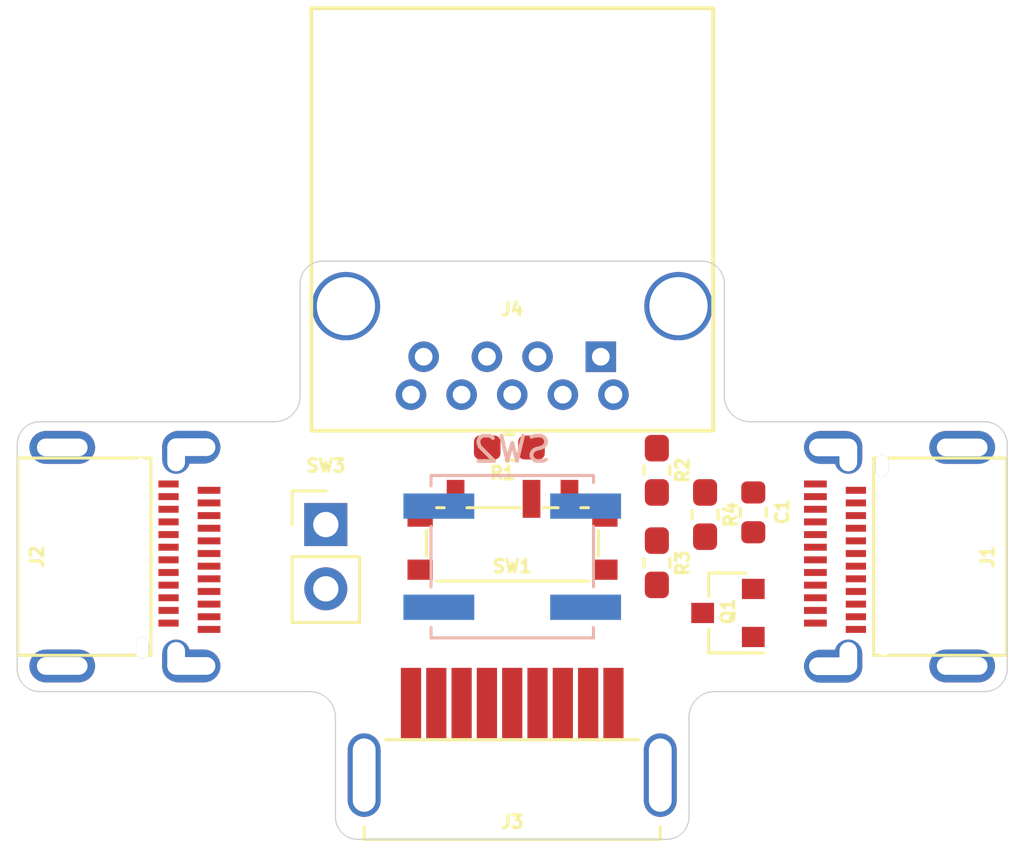
<source format=kicad_pcb>
(kicad_pcb (version 20171130) (host pcbnew 5.1.5+dfsg1-2build2)

  (general
    (thickness 1.6)
    (drawings 24)
    (tracks 0)
    (zones 0)
    (modules 13)
    (nets 25)
  )

  (page A4)
  (layers
    (0 F.Cu signal)
    (31 B.Cu signal)
    (32 B.Adhes user)
    (33 F.Adhes user)
    (34 B.Paste user)
    (35 F.Paste user)
    (36 B.SilkS user)
    (37 F.SilkS user)
    (38 B.Mask user)
    (39 F.Mask user)
    (40 Dwgs.User user)
    (41 Cmts.User user)
    (42 Eco1.User user)
    (43 Eco2.User user)
    (44 Edge.Cuts user)
    (45 Margin user)
    (46 B.CrtYd user)
    (47 F.CrtYd user)
    (48 B.Fab user)
    (49 F.Fab user)
  )

  (setup
    (last_trace_width 0.1524)
    (trace_clearance 0.16)
    (zone_clearance 0.508)
    (zone_45_only no)
    (trace_min 0.1524)
    (via_size 0.381)
    (via_drill 0.254)
    (via_min_size 0.381)
    (via_min_drill 0.254)
    (uvia_size 0.3)
    (uvia_drill 0.1)
    (uvias_allowed no)
    (uvia_min_size 0.2)
    (uvia_min_drill 0.1)
    (edge_width 0.05)
    (segment_width 0.1524)
    (pcb_text_width 0.3)
    (pcb_text_size 1.5 1.5)
    (mod_edge_width 0.12)
    (mod_text_size 1 1)
    (mod_text_width 0.15)
    (pad_size 1.524 1.524)
    (pad_drill 0.762)
    (pad_to_mask_clearance 0.051)
    (solder_mask_min_width 0.25)
    (aux_axis_origin 0 0)
    (visible_elements FFFFFF7F)
    (pcbplotparams
      (layerselection 0x010fc_ffffffff)
      (usegerberextensions false)
      (usegerberattributes false)
      (usegerberadvancedattributes false)
      (creategerberjobfile false)
      (excludeedgelayer true)
      (linewidth 0.100000)
      (plotframeref false)
      (viasonmask false)
      (mode 1)
      (useauxorigin false)
      (hpglpennumber 1)
      (hpglpenspeed 20)
      (hpglpendiameter 15.000000)
      (psnegative false)
      (psa4output false)
      (plotreference true)
      (plotvalue true)
      (plotinvisibletext false)
      (padsonsilk false)
      (subtractmaskfromsilk false)
      (outputformat 1)
      (mirror false)
      (drillshape 1)
      (scaleselection 1)
      (outputdirectory ""))
  )

  (net 0 "")
  (net 1 "Net-(C1-Pad2)")
  (net 2 VBUS)
  (net 3 "Net-(J1-PadB8)")
  (net 4 "Net-(J1-PadB2)")
  (net 5 "Net-(J1-PadB6)")
  (net 6 GND)
  (net 7 "Net-(J1-PadB11)")
  (net 8 "Net-(J1-PadB7)")
  (net 9 "Net-(J1-PadB5)")
  (net 10 "Net-(J1-PadB10)")
  (net 11 "Net-(J1-PadB3)")
  (net 12 "Net-(J1-PadA10)")
  (net 13 "Net-(J1-PadA11)")
  (net 14 "Net-(J1-PadA7)")
  (net 15 "Net-(J1-PadA8)")
  (net 16 "Net-(J1-PadA5)")
  (net 17 "Net-(J1-PadA6)")
  (net 18 "Net-(J1-PadA3)")
  (net 19 "Net-(J1-PadA2)")
  (net 20 SHIELD)
  (net 21 /VBUS_SINK)
  (net 22 "Net-(J2-PadA10)")
  (net 23 "Net-(R1-Pad2)")
  (net 24 "Net-(R2-Pad2)")

  (net_class Default "This is the default net class."
    (clearance 0.16)
    (trace_width 0.1524)
    (via_dia 0.381)
    (via_drill 0.254)
    (uvia_dia 0.3)
    (uvia_drill 0.1)
    (add_net "Net-(C1-Pad2)")
    (add_net "Net-(J1-PadA10)")
    (add_net "Net-(J1-PadA11)")
    (add_net "Net-(J1-PadA2)")
    (add_net "Net-(J1-PadA3)")
    (add_net "Net-(J1-PadA5)")
    (add_net "Net-(J1-PadA6)")
    (add_net "Net-(J1-PadA7)")
    (add_net "Net-(J1-PadA8)")
    (add_net "Net-(J1-PadB10)")
    (add_net "Net-(J1-PadB11)")
    (add_net "Net-(J1-PadB2)")
    (add_net "Net-(J1-PadB3)")
    (add_net "Net-(J1-PadB5)")
    (add_net "Net-(J1-PadB6)")
    (add_net "Net-(J1-PadB7)")
    (add_net "Net-(J1-PadB8)")
    (add_net "Net-(J2-PadA10)")
    (add_net "Net-(R1-Pad2)")
    (add_net "Net-(R2-Pad2)")
  )

  (net_class Power ""
    (clearance 0.21)
    (trace_width 0.2032)
    (via_dia 0.508)
    (via_drill 0.3302)
    (uvia_dia 0.3)
    (uvia_drill 0.1)
    (add_net /VBUS_SINK)
    (add_net GND)
    (add_net SHIELD)
    (add_net VBUS)
  )

  (module Connector_PinHeader_2.54mm:PinHeader_1x02_P2.54mm_Vertical (layer F.Cu) (tedit 59FED5CC) (tstamp 5FD6C9DF)
    (at 145.034 101.6)
    (descr "Through hole straight pin header, 1x02, 2.54mm pitch, single row")
    (tags "Through hole pin header THT 1x02 2.54mm single row")
    (path /5FE36070)
    (fp_text reference SW3 (at 0 -2.33) (layer F.SilkS)
      (effects (font (size 0.5 0.5) (thickness 0.125)))
    )
    (fp_text value SW_Push (at 0 4.87) (layer F.Fab)
      (effects (font (size 1 1) (thickness 0.15)))
    )
    (fp_text user %R (at 0 1.27 90) (layer F.Fab)
      (effects (font (size 1 1) (thickness 0.15)))
    )
    (fp_line (start 1.8 -1.8) (end -1.8 -1.8) (layer F.CrtYd) (width 0.05))
    (fp_line (start 1.8 4.35) (end 1.8 -1.8) (layer F.CrtYd) (width 0.05))
    (fp_line (start -1.8 4.35) (end 1.8 4.35) (layer F.CrtYd) (width 0.05))
    (fp_line (start -1.8 -1.8) (end -1.8 4.35) (layer F.CrtYd) (width 0.05))
    (fp_line (start -1.33 -1.33) (end 0 -1.33) (layer F.SilkS) (width 0.12))
    (fp_line (start -1.33 0) (end -1.33 -1.33) (layer F.SilkS) (width 0.12))
    (fp_line (start -1.33 1.27) (end 1.33 1.27) (layer F.SilkS) (width 0.12))
    (fp_line (start 1.33 1.27) (end 1.33 3.87) (layer F.SilkS) (width 0.12))
    (fp_line (start -1.33 1.27) (end -1.33 3.87) (layer F.SilkS) (width 0.12))
    (fp_line (start -1.33 3.87) (end 1.33 3.87) (layer F.SilkS) (width 0.12))
    (fp_line (start -1.27 -0.635) (end -0.635 -1.27) (layer F.Fab) (width 0.1))
    (fp_line (start -1.27 3.81) (end -1.27 -0.635) (layer F.Fab) (width 0.1))
    (fp_line (start 1.27 3.81) (end -1.27 3.81) (layer F.Fab) (width 0.1))
    (fp_line (start 1.27 -1.27) (end 1.27 3.81) (layer F.Fab) (width 0.1))
    (fp_line (start -0.635 -1.27) (end 1.27 -1.27) (layer F.Fab) (width 0.1))
    (pad 2 thru_hole oval (at 0 2.54) (size 1.7 1.7) (drill 1) (layers *.Cu *.Mask)
      (net 1 "Net-(C1-Pad2)"))
    (pad 1 thru_hole rect (at 0 0) (size 1.7 1.7) (drill 1) (layers *.Cu *.Mask)
      (net 24 "Net-(R2-Pad2)"))
    (model ${KISYS3DMOD}/Connector_PinHeader_2.54mm.3dshapes/PinHeader_1x02_P2.54mm_Vertical.wrl
      (at (xyz 0 0 0))
      (scale (xyz 1 1 1))
      (rotate (xyz 0 0 0))
    )
  )

  (module Button_Switch_SMD:SW_Push_1P1T_NO_CK_KSC7xxJ (layer B.Cu) (tedit 5C63FE2A) (tstamp 5FD6C70F)
    (at 152.4 102.87)
    (descr "CK components KSC7 tactile switch https://www.ckswitches.com/media/1973/ksc7.pdf")
    (tags "tactile switch ksc7")
    (path /5F186D85)
    (attr smd)
    (fp_text reference SW2 (at 0 -4.24) (layer B.SilkS)
      (effects (font (size 1 1) (thickness 0.15)) (justify mirror))
    )
    (fp_text value SW_Push (at 0 4.23) (layer B.Fab)
      (effects (font (size 1 1) (thickness 0.15)) (justify mirror))
    )
    (fp_line (start -3.21 1.2) (end -3.21 -1.2) (layer B.SilkS) (width 0.12))
    (fp_line (start -3.21 3.21) (end -3.21 2.8) (layer B.SilkS) (width 0.12))
    (fp_line (start 3.21 3.21) (end -3.21 3.21) (layer B.SilkS) (width 0.12))
    (fp_line (start 3.21 2.8) (end 3.21 3.21) (layer B.SilkS) (width 0.12))
    (fp_line (start 3.21 -1.2) (end 3.21 1.2) (layer B.SilkS) (width 0.12))
    (fp_line (start 3.21 -3.21) (end 3.21 -2.93) (layer B.SilkS) (width 0.12))
    (fp_line (start -3.21 -3.21) (end 3.21 -3.21) (layer B.SilkS) (width 0.12))
    (fp_line (start -3.21 -2.8) (end -3.21 -3.21) (layer B.SilkS) (width 0.12))
    (fp_circle (center 0 0) (end 1.5 0) (layer B.Fab) (width 0.1))
    (fp_line (start -4.55 -3.35) (end -4.55 3.35) (layer B.CrtYd) (width 0.05))
    (fp_line (start 4.55 -3.35) (end -4.55 -3.35) (layer B.CrtYd) (width 0.05))
    (fp_line (start 4.55 3.35) (end 4.55 -3.35) (layer B.CrtYd) (width 0.05))
    (fp_line (start -4.55 3.35) (end 4.55 3.35) (layer B.CrtYd) (width 0.05))
    (fp_text user %R (at 0 0) (layer B.Fab)
      (effects (font (size 1 1) (thickness 0.15)) (justify mirror))
    )
    (fp_line (start -3.1 -3.1) (end -3.1 3.1) (layer B.Fab) (width 0.1))
    (fp_line (start 3.1 -3.1) (end -3.1 -3.1) (layer B.Fab) (width 0.1))
    (fp_line (start 3.1 3.1) (end 3.1 -3.1) (layer B.Fab) (width 0.1))
    (fp_line (start -3.1 3.1) (end 3.1 3.1) (layer B.Fab) (width 0.1))
    (pad 2 smd rect (at 2.9 -2) (size 2.8 1) (layers B.Cu B.Paste B.Mask)
      (net 1 "Net-(C1-Pad2)"))
    (pad 2 smd rect (at -2.9 -2) (size 2.8 1) (layers B.Cu B.Paste B.Mask)
      (net 1 "Net-(C1-Pad2)"))
    (pad 1 smd rect (at 2.9 2) (size 2.8 1) (layers B.Cu B.Paste B.Mask)
      (net 24 "Net-(R2-Pad2)"))
    (pad 1 smd rect (at -2.9 2) (size 2.8 1) (layers B.Cu B.Paste B.Mask)
      (net 24 "Net-(R2-Pad2)"))
    (model ${KISYS3DMOD}/Button_Switch_SMD.3dshapes/SW_push_1P1T_NO_CK_KSC7xxJxxx.wrl
      (at (xyz 0 0 0))
      (scale (xyz 1 1 1))
      (rotate (xyz 0 0 0))
    )
  )

  (module Button_Switch_SMD-Custom:SW_SPDT_MSS3-V-T_R (layer F.Cu) (tedit 5FCE0B48) (tstamp 5FD6C83D)
    (at 152.412 102.334)
    (descr "Slide Switch, SPDT, Surface Mount. http://www.farnell.com/datasheets/1599440.pdf")
    (path /5FD401C4)
    (attr smd)
    (fp_text reference SW1 (at -0.012 0.917) (layer F.SilkS)
      (effects (font (size 0.5 0.5) (thickness 0.125)))
    )
    (fp_text value EN_USBA (at 0 -3.81) (layer F.Fab)
      (effects (font (size 1 1) (thickness 0.15)))
    )
    (fp_line (start -3 1.5) (end 3 1.5) (layer F.SilkS) (width 0.12))
    (fp_line (start 3.4 -0.5) (end 3.4 0.5) (layer F.SilkS) (width 0.12))
    (fp_line (start -3.4 -0.5) (end -3.4 0.5) (layer F.SilkS) (width 0.12))
    (fp_line (start -2.7 -1.4) (end -3 -1.4) (layer F.SilkS) (width 0.12))
    (fp_line (start 0.3 -1.4) (end -1.8 -1.4) (layer F.SilkS) (width 0.12))
    (fp_line (start 1.4 -1.4) (end 1.5 -1.4) (layer F.SilkS) (width 0.12))
    (fp_line (start 1.3 -1.4) (end 1.4 -1.4) (layer F.SilkS) (width 0.12))
    (fp_line (start 1.2 -1.4) (end 1.3 -1.4) (layer F.SilkS) (width 0.12))
    (fp_line (start 1.8 -1.4) (end 1.2 -1.4) (layer F.SilkS) (width 0.12))
    (fp_line (start 2.7 -1.4) (end 3 -1.4) (layer F.SilkS) (width 0.12))
    (fp_line (start 1.5 1.6) (end 4.3 1.6) (layer F.CrtYd) (width 0.12))
    (fp_line (start 1.5 3.2) (end 1.5 1.6) (layer F.CrtYd) (width 0.12))
    (fp_line (start -1.5 3.2) (end 1.5 3.2) (layer F.CrtYd) (width 0.12))
    (fp_line (start -1.5 1.6) (end -1.5 3.2) (layer F.CrtYd) (width 0.12))
    (fp_line (start -4.3 1.6) (end -1.5 1.6) (layer F.CrtYd) (width 0.12))
    (fp_line (start 4.3 1.6) (end 4.3 -2.6) (layer F.CrtYd) (width 0.12))
    (fp_line (start -4.3 -2.6) (end -4.3 1.6) (layer F.CrtYd) (width 0.12))
    (fp_line (start 4.3 -2.6) (end -4.3 -2.6) (layer F.CrtYd) (width 0.12))
    (pad "" smd rect (at -3.65 1.05) (size 1 0.8) (layers F.Cu F.Paste F.Mask))
    (pad "" smd rect (at -3.65 -1.05) (size 1 0.8) (layers F.Cu F.Paste F.Mask))
    (pad 1 smd rect (at -2.25 -1.75) (size 0.7 1.5) (layers F.Cu F.Paste F.Mask)
      (net 16 "Net-(J1-PadA5)"))
    (pad 2 smd rect (at 0.75 -1.75) (size 0.7 1.5) (layers F.Cu F.Paste F.Mask)
      (net 23 "Net-(R1-Pad2)"))
    (pad 3 smd rect (at 2.25 -1.75) (size 0.7 1.5) (layers F.Cu F.Paste F.Mask))
    (pad "" np_thru_hole circle (at -1.5 0) (size 0.9 0.9) (drill 0.9) (layers *.Cu *.Mask))
    (pad "" np_thru_hole circle (at 1.5 0) (size 0.9 0.9) (drill 0.9) (layers *.Cu *.Mask))
    (pad "" smd rect (at 3.65 1.05) (size 1 0.8) (layers F.Cu F.Paste F.Mask))
    (pad "" smd rect (at 3.65 -1.05) (size 1 0.8) (layers F.Cu F.Paste F.Mask))
  )

  (module Resistor_SMD:R_0603_1608Metric_Pad1.05x0.95mm_HandSolder (layer F.Cu) (tedit 5B301BBD) (tstamp 5FD6C7BD)
    (at 160.02 101.205 270)
    (descr "Resistor SMD 0603 (1608 Metric), square (rectangular) end terminal, IPC_7351 nominal with elongated pad for handsoldering. (Body size source: http://www.tortai-tech.com/upload/download/2011102023233369053.pdf), generated with kicad-footprint-generator")
    (tags "resistor handsolder")
    (path /5F197CA2)
    (attr smd)
    (fp_text reference R4 (at 0 -1.016 90) (layer F.SilkS)
      (effects (font (size 0.5 0.5) (thickness 0.125)))
    )
    (fp_text value 1.5M (at 0 1.43 90) (layer F.Fab)
      (effects (font (size 1 1) (thickness 0.15)))
    )
    (fp_text user %R (at 0 0 90) (layer F.Fab)
      (effects (font (size 0.4 0.4) (thickness 0.06)))
    )
    (fp_line (start 1.65 0.73) (end -1.65 0.73) (layer F.CrtYd) (width 0.05))
    (fp_line (start 1.65 -0.73) (end 1.65 0.73) (layer F.CrtYd) (width 0.05))
    (fp_line (start -1.65 -0.73) (end 1.65 -0.73) (layer F.CrtYd) (width 0.05))
    (fp_line (start -1.65 0.73) (end -1.65 -0.73) (layer F.CrtYd) (width 0.05))
    (fp_line (start -0.171267 0.51) (end 0.171267 0.51) (layer F.SilkS) (width 0.12))
    (fp_line (start -0.171267 -0.51) (end 0.171267 -0.51) (layer F.SilkS) (width 0.12))
    (fp_line (start 0.8 0.4) (end -0.8 0.4) (layer F.Fab) (width 0.1))
    (fp_line (start 0.8 -0.4) (end 0.8 0.4) (layer F.Fab) (width 0.1))
    (fp_line (start -0.8 -0.4) (end 0.8 -0.4) (layer F.Fab) (width 0.1))
    (fp_line (start -0.8 0.4) (end -0.8 -0.4) (layer F.Fab) (width 0.1))
    (pad 2 smd roundrect (at 0.875 0 270) (size 1.05 0.95) (layers F.Cu F.Paste F.Mask) (roundrect_rratio 0.25)
      (net 1 "Net-(C1-Pad2)"))
    (pad 1 smd roundrect (at -0.875 0 270) (size 1.05 0.95) (layers F.Cu F.Paste F.Mask) (roundrect_rratio 0.25)
      (net 2 VBUS))
    (model ${KISYS3DMOD}/Resistor_SMD.3dshapes/R_0603_1608Metric.wrl
      (at (xyz 0 0 0))
      (scale (xyz 1 1 1))
      (rotate (xyz 0 0 0))
    )
  )

  (module Resistor_SMD:R_0603_1608Metric_Pad1.05x0.95mm_HandSolder (layer F.Cu) (tedit 5B301BBD) (tstamp 5FD6C787)
    (at 158.115 103.11 270)
    (descr "Resistor SMD 0603 (1608 Metric), square (rectangular) end terminal, IPC_7351 nominal with elongated pad for handsoldering. (Body size source: http://www.tortai-tech.com/upload/download/2011102023233369053.pdf), generated with kicad-footprint-generator")
    (tags "resistor handsolder")
    (path /5F1CDC44)
    (attr smd)
    (fp_text reference R3 (at 0.014 -1.016 90) (layer F.SilkS)
      (effects (font (size 0.5 0.5) (thickness 0.125)))
    )
    (fp_text value 1M (at 0 1.43 90) (layer F.Fab)
      (effects (font (size 1 1) (thickness 0.15)))
    )
    (fp_text user %R (at 0 0 90) (layer F.Fab)
      (effects (font (size 0.4 0.4) (thickness 0.06)))
    )
    (fp_line (start 1.65 0.73) (end -1.65 0.73) (layer F.CrtYd) (width 0.05))
    (fp_line (start 1.65 -0.73) (end 1.65 0.73) (layer F.CrtYd) (width 0.05))
    (fp_line (start -1.65 -0.73) (end 1.65 -0.73) (layer F.CrtYd) (width 0.05))
    (fp_line (start -1.65 0.73) (end -1.65 -0.73) (layer F.CrtYd) (width 0.05))
    (fp_line (start -0.171267 0.51) (end 0.171267 0.51) (layer F.SilkS) (width 0.12))
    (fp_line (start -0.171267 -0.51) (end 0.171267 -0.51) (layer F.SilkS) (width 0.12))
    (fp_line (start 0.8 0.4) (end -0.8 0.4) (layer F.Fab) (width 0.1))
    (fp_line (start 0.8 -0.4) (end 0.8 0.4) (layer F.Fab) (width 0.1))
    (fp_line (start -0.8 -0.4) (end 0.8 -0.4) (layer F.Fab) (width 0.1))
    (fp_line (start -0.8 0.4) (end -0.8 -0.4) (layer F.Fab) (width 0.1))
    (pad 2 smd roundrect (at 0.875 0 270) (size 1.05 0.95) (layers F.Cu F.Paste F.Mask) (roundrect_rratio 0.25)
      (net 6 GND))
    (pad 1 smd roundrect (at -0.875 0 270) (size 1.05 0.95) (layers F.Cu F.Paste F.Mask) (roundrect_rratio 0.25)
      (net 1 "Net-(C1-Pad2)"))
    (model ${KISYS3DMOD}/Resistor_SMD.3dshapes/R_0603_1608Metric.wrl
      (at (xyz 0 0 0))
      (scale (xyz 1 1 1))
      (rotate (xyz 0 0 0))
    )
  )

  (module Resistor_SMD:R_0603_1608Metric_Pad1.05x0.95mm_HandSolder (layer F.Cu) (tedit 5B301BBD) (tstamp 5FD6C754)
    (at 158.115 99.455 90)
    (descr "Resistor SMD 0603 (1608 Metric), square (rectangular) end terminal, IPC_7351 nominal with elongated pad for handsoldering. (Body size source: http://www.tortai-tech.com/upload/download/2011102023233369053.pdf), generated with kicad-footprint-generator")
    (tags "resistor handsolder")
    (path /5F199070)
    (attr smd)
    (fp_text reference R2 (at 0 1.016 90) (layer F.SilkS)
      (effects (font (size 0.5 0.5) (thickness 0.125)))
    )
    (fp_text value 40k (at 0 1.43 90) (layer F.Fab)
      (effects (font (size 1 1) (thickness 0.15)))
    )
    (fp_text user %R (at 0 0 90) (layer F.Fab)
      (effects (font (size 0.4 0.4) (thickness 0.06)))
    )
    (fp_line (start 1.65 0.73) (end -1.65 0.73) (layer F.CrtYd) (width 0.05))
    (fp_line (start 1.65 -0.73) (end 1.65 0.73) (layer F.CrtYd) (width 0.05))
    (fp_line (start -1.65 -0.73) (end 1.65 -0.73) (layer F.CrtYd) (width 0.05))
    (fp_line (start -1.65 0.73) (end -1.65 -0.73) (layer F.CrtYd) (width 0.05))
    (fp_line (start -0.171267 0.51) (end 0.171267 0.51) (layer F.SilkS) (width 0.12))
    (fp_line (start -0.171267 -0.51) (end 0.171267 -0.51) (layer F.SilkS) (width 0.12))
    (fp_line (start 0.8 0.4) (end -0.8 0.4) (layer F.Fab) (width 0.1))
    (fp_line (start 0.8 -0.4) (end 0.8 0.4) (layer F.Fab) (width 0.1))
    (fp_line (start -0.8 -0.4) (end 0.8 -0.4) (layer F.Fab) (width 0.1))
    (fp_line (start -0.8 0.4) (end -0.8 -0.4) (layer F.Fab) (width 0.1))
    (pad 2 smd roundrect (at 0.875 0 90) (size 1.05 0.95) (layers F.Cu F.Paste F.Mask) (roundrect_rratio 0.25)
      (net 24 "Net-(R2-Pad2)"))
    (pad 1 smd roundrect (at -0.875 0 90) (size 1.05 0.95) (layers F.Cu F.Paste F.Mask) (roundrect_rratio 0.25)
      (net 2 VBUS))
    (model ${KISYS3DMOD}/Resistor_SMD.3dshapes/R_0603_1608Metric.wrl
      (at (xyz 0 0 0))
      (scale (xyz 1 1 1))
      (rotate (xyz 0 0 0))
    )
  )

  (module Resistor_SMD:R_0603_1608Metric_Pad1.05x0.95mm_HandSolder (layer F.Cu) (tedit 5B301BBD) (tstamp 5FD6C64C)
    (at 152.287 98.552)
    (descr "Resistor SMD 0603 (1608 Metric), square (rectangular) end terminal, IPC_7351 nominal with elongated pad for handsoldering. (Body size source: http://www.tortai-tech.com/upload/download/2011102023233369053.pdf), generated with kicad-footprint-generator")
    (tags "resistor handsolder")
    (path /5FD50642)
    (attr smd)
    (fp_text reference R1 (at -0.268 1.016) (layer F.SilkS)
      (effects (font (size 0.5 0.5) (thickness 0.125)))
    )
    (fp_text value 5.1k (at 0 1.43) (layer F.Fab)
      (effects (font (size 1 1) (thickness 0.15)))
    )
    (fp_text user %R (at 0 0) (layer F.Fab)
      (effects (font (size 0.4 0.4) (thickness 0.06)))
    )
    (fp_line (start 1.65 0.73) (end -1.65 0.73) (layer F.CrtYd) (width 0.05))
    (fp_line (start 1.65 -0.73) (end 1.65 0.73) (layer F.CrtYd) (width 0.05))
    (fp_line (start -1.65 -0.73) (end 1.65 -0.73) (layer F.CrtYd) (width 0.05))
    (fp_line (start -1.65 0.73) (end -1.65 -0.73) (layer F.CrtYd) (width 0.05))
    (fp_line (start -0.171267 0.51) (end 0.171267 0.51) (layer F.SilkS) (width 0.12))
    (fp_line (start -0.171267 -0.51) (end 0.171267 -0.51) (layer F.SilkS) (width 0.12))
    (fp_line (start 0.8 0.4) (end -0.8 0.4) (layer F.Fab) (width 0.1))
    (fp_line (start 0.8 -0.4) (end 0.8 0.4) (layer F.Fab) (width 0.1))
    (fp_line (start -0.8 -0.4) (end 0.8 -0.4) (layer F.Fab) (width 0.1))
    (fp_line (start -0.8 0.4) (end -0.8 -0.4) (layer F.Fab) (width 0.1))
    (pad 2 smd roundrect (at 0.875 0) (size 1.05 0.95) (layers F.Cu F.Paste F.Mask) (roundrect_rratio 0.25)
      (net 23 "Net-(R1-Pad2)"))
    (pad 1 smd roundrect (at -0.875 0) (size 1.05 0.95) (layers F.Cu F.Paste F.Mask) (roundrect_rratio 0.25)
      (net 6 GND))
    (model ${KISYS3DMOD}/Resistor_SMD.3dshapes/R_0603_1608Metric.wrl
      (at (xyz 0 0 0))
      (scale (xyz 1 1 1))
      (rotate (xyz 0 0 0))
    )
  )

  (module Package_TO_SOT_SMD:SOT-23 (layer F.Cu) (tedit 5A02FF57) (tstamp 5FD6C689)
    (at 160.925 105.095 180)
    (descr "SOT-23, Standard")
    (tags SOT-23)
    (path /5F1BFDC6)
    (attr smd)
    (fp_text reference Q1 (at 0 0.066 90) (layer F.SilkS)
      (effects (font (size 0.5 0.5) (thickness 0.125)))
    )
    (fp_text value SI2393DS (at 0 2.5) (layer F.Fab)
      (effects (font (size 1 1) (thickness 0.15)))
    )
    (fp_line (start 0.76 1.58) (end -0.7 1.58) (layer F.SilkS) (width 0.12))
    (fp_line (start 0.76 -1.58) (end -1.4 -1.58) (layer F.SilkS) (width 0.12))
    (fp_line (start -1.7 1.75) (end -1.7 -1.75) (layer F.CrtYd) (width 0.05))
    (fp_line (start 1.7 1.75) (end -1.7 1.75) (layer F.CrtYd) (width 0.05))
    (fp_line (start 1.7 -1.75) (end 1.7 1.75) (layer F.CrtYd) (width 0.05))
    (fp_line (start -1.7 -1.75) (end 1.7 -1.75) (layer F.CrtYd) (width 0.05))
    (fp_line (start 0.76 -1.58) (end 0.76 -0.65) (layer F.SilkS) (width 0.12))
    (fp_line (start 0.76 1.58) (end 0.76 0.65) (layer F.SilkS) (width 0.12))
    (fp_line (start -0.7 1.52) (end 0.7 1.52) (layer F.Fab) (width 0.1))
    (fp_line (start 0.7 -1.52) (end 0.7 1.52) (layer F.Fab) (width 0.1))
    (fp_line (start -0.7 -0.95) (end -0.15 -1.52) (layer F.Fab) (width 0.1))
    (fp_line (start -0.15 -1.52) (end 0.7 -1.52) (layer F.Fab) (width 0.1))
    (fp_line (start -0.7 -0.95) (end -0.7 1.5) (layer F.Fab) (width 0.1))
    (fp_text user %R (at 0 0 90) (layer F.Fab)
      (effects (font (size 0.5 0.5) (thickness 0.075)))
    )
    (pad 3 smd rect (at 1 0 180) (size 0.9 0.8) (layers F.Cu F.Paste F.Mask)
      (net 21 /VBUS_SINK))
    (pad 2 smd rect (at -1 0.95 180) (size 0.9 0.8) (layers F.Cu F.Paste F.Mask)
      (net 2 VBUS))
    (pad 1 smd rect (at -1 -0.95 180) (size 0.9 0.8) (layers F.Cu F.Paste F.Mask)
      (net 1 "Net-(C1-Pad2)"))
    (model ${KISYS3DMOD}/Package_TO_SOT_SMD.3dshapes/SOT-23.wrl
      (at (xyz 0 0 0))
      (scale (xyz 1 1 1))
      (rotate (xyz 0 0 0))
    )
  )

  (module Connector_USB-Custom:USB_A_Receptacle_Amphenol_10117835 (layer F.Cu) (tedit 5FD6207C) (tstamp 5FD6C6C7)
    (at 152.4 89.535 180)
    (path /5FD908A9)
    (fp_text reference J4 (at 0 -3.556) (layer F.SilkS)
      (effects (font (size 0.5 0.5) (thickness 0.125)))
    )
    (fp_text value USB3_A_Receptacle (at 0 -9.525) (layer F.Fab)
      (effects (font (size 1 1) (thickness 0.15)))
    )
    (fp_line (start -8.2 8.6) (end -8.2 -8.6) (layer F.CrtYd) (width 0.15))
    (fp_line (start 8.2 8.6) (end -8.2 8.6) (layer F.CrtYd) (width 0.15))
    (fp_line (start 8.2 -8.6) (end 8.2 8.6) (layer F.CrtYd) (width 0.15))
    (fp_line (start -8.2 -8.6) (end 8.2 -8.6) (layer F.CrtYd) (width 0.15))
    (fp_line (start -7.94 8.35) (end -7.94 -8.35) (layer F.SilkS) (width 0.15))
    (fp_line (start 7.94 8.35) (end -7.94 8.35) (layer F.SilkS) (width 0.15))
    (fp_line (start 7.94 -8.35) (end 7.94 8.35) (layer F.SilkS) (width 0.15))
    (fp_line (start -7.94 -8.35) (end 7.94 -8.35) (layer F.SilkS) (width 0.15))
    (pad 10 thru_hole circle (at 6.57 -3.43 180) (size 2.7 2.7) (drill 2.3) (layers *.Cu *.Mask)
      (net 20 SHIELD))
    (pad 10 thru_hole circle (at -6.57 -3.43 180) (size 2.7 2.7) (drill 2.3) (layers *.Cu *.Mask)
      (net 20 SHIELD))
    (pad 9 thru_hole circle (at -4 -6.93 180) (size 1.208 1.208) (drill 0.7) (layers *.Cu *.Mask)
      (net 19 "Net-(J1-PadA2)"))
    (pad 8 thru_hole circle (at -2 -6.93 180) (size 1.208 1.208) (drill 0.7) (layers *.Cu *.Mask)
      (net 18 "Net-(J1-PadA3)"))
    (pad 7 thru_hole circle (at 0 -6.93 180) (size 1.208 1.208) (drill 0.7) (layers *.Cu *.Mask)
      (net 6 GND))
    (pad 6 thru_hole circle (at 2 -6.93 180) (size 1.208 1.208) (drill 0.7) (layers *.Cu *.Mask)
      (net 7 "Net-(J1-PadB11)"))
    (pad 5 thru_hole circle (at 4 -6.93 180) (size 1.208 1.208) (drill 0.7) (layers *.Cu *.Mask)
      (net 10 "Net-(J1-PadB10)"))
    (pad 3 thru_hole circle (at 1 -5.43 180) (size 1.208 1.208) (drill 0.7) (layers *.Cu *.Mask)
      (net 17 "Net-(J1-PadA6)"))
    (pad 4 thru_hole circle (at 3.5 -5.43 180) (size 1.208 1.208) (drill 0.7) (layers *.Cu *.Mask)
      (net 6 GND))
    (pad 2 thru_hole circle (at -1 -5.43 180) (size 1.208 1.208) (drill 0.7) (layers *.Cu *.Mask)
      (net 14 "Net-(J1-PadA7)"))
    (pad 1 thru_hole rect (at -3.5 -5.43 180) (size 1.208 1.208) (drill 0.7) (layers *.Cu *.Mask)
      (net 21 /VBUS_SINK))
    (model ${KIPRJMOD}/library/Connector_USB.3dshapes/USB_A_Receptacle_Amphenol_10117835.stp
      (offset (xyz 0 7.6 6.6))
      (scale (xyz 1 1 1))
      (rotate (xyz 180 0 0))
    )
  )

  (module Connector_USB-Custom:USB_A_Plug_Amphenol_GSB3164x1CEU (layer F.Cu) (tedit 5FD62F00) (tstamp 5FD6C60D)
    (at 152.4 111.506)
    (path /5FDACC9B)
    (attr smd)
    (fp_text reference J3 (at 0 1.85) (layer F.SilkS)
      (effects (font (size 0.5 0.5) (thickness 0.125)))
    )
    (fp_text value USB3_A_Plug (at 0 -5.08) (layer F.Fab)
      (effects (font (size 1 1) (thickness 0.15)))
    )
    (fp_line (start -5.85 2.55) (end 5.85 2.55) (layer F.SilkS) (width 0.12))
    (fp_line (start -5 -1.4) (end 5 -1.4) (layer F.SilkS) (width 0.12))
    (fp_line (start 5.85 2.55) (end 5.85 2.05) (layer F.SilkS) (width 0.12))
    (fp_line (start -5.85 2.55) (end -5.85 2.05) (layer F.SilkS) (width 0.12))
    (fp_line (start -6.5 -4.25) (end -6.5 2.55) (layer F.CrtYd) (width 0.12))
    (fp_line (start 6.5 -4.25) (end -6.5 -4.25) (layer F.CrtYd) (width 0.12))
    (fp_line (start 6.5 2.55) (end 6.5 -4.25) (layer F.CrtYd) (width 0.12))
    (fp_line (start -6.5 2.55) (end 6.5 2.55) (layer F.CrtYd) (width 0.12))
    (pad 2 smd rect (at 1 -2.85) (size 0.8 2.78) (layers F.Cu F.Paste F.Mask)
      (net 14 "Net-(J1-PadA7)"))
    (pad 1 smd rect (at 3 -2.85) (size 0.8 2.78) (layers F.Cu F.Paste F.Mask)
      (net 2 VBUS))
    (pad 8 smd rect (at 2 -2.85) (size 0.8 2.78) (layers F.Cu F.Paste F.Mask)
      (net 18 "Net-(J1-PadA3)"))
    (pad 9 smd rect (at 4 -2.85) (size 0.8 2.78) (layers F.Cu F.Paste F.Mask)
      (net 19 "Net-(J1-PadA2)"))
    (pad 5 smd rect (at -4 -2.85) (size 0.8 2.78) (layers F.Cu F.Paste F.Mask)
      (net 10 "Net-(J1-PadB10)"))
    (pad 4 smd rect (at -3 -2.85) (size 0.8 2.78) (layers F.Cu F.Paste F.Mask)
      (net 6 GND))
    (pad 6 smd rect (at -2 -2.85) (size 0.8 2.78) (layers F.Cu F.Paste F.Mask)
      (net 7 "Net-(J1-PadB11)"))
    (pad 3 smd rect (at -1 -2.85) (size 0.8 2.78) (layers F.Cu F.Paste F.Mask)
      (net 17 "Net-(J1-PadA6)"))
    (pad 7 smd rect (at 0 -2.85) (size 0.8 2.78) (layers F.Cu F.Paste F.Mask)
      (net 6 GND))
    (pad 10 thru_hole oval (at 5.85 0) (size 1.3 3.3) (drill oval 0.9 2.9) (layers *.Cu *.Mask)
      (net 20 SHIELD))
    (pad 10 thru_hole oval (at -5.85 0) (size 1.3 3.3) (drill oval 0.9 2.9) (layers *.Cu *.Mask)
      (net 20 SHIELD))
    (model ${KIPRJMOD}/library/Connector_USB.3dshapes/USB_A_Plug_Amphenol_GSB3164x1CEU.stp
      (offset (xyz 0.1 -8.1 1.5))
      (scale (xyz 1 1 1))
      (rotate (xyz 0 0 180))
    )
  )

  (module Connector_USB-Custom:USB_C_Receptacle_Amphenol_10137065 (layer F.Cu) (tedit 5FD6293B) (tstamp 5FD6C516)
    (at 134.62 102.87 270)
    (path /5F157FC7)
    (attr smd)
    (fp_text reference J2 (at 0 1 90) (layer F.SilkS)
      (effects (font (size 0.5 0.5) (thickness 0.125)))
    )
    (fp_text value USB_C_PowerSink (at 0 -7 90) (layer F.Fab)
      (effects (font (size 1 1) (thickness 0.15)))
    )
    (fp_line (start 4.95 -3.8) (end -4.95 -3.8) (layer Cmts.User) (width 0.05))
    (fp_line (start 4.95 -4.6) (end -4.95 -4.6) (layer Cmts.User) (width 0.05))
    (fp_line (start 4.95 -5.35) (end -4.95 -5.35) (layer Cmts.User) (width 0.05))
    (fp_line (start -3.9 -3.5) (end 3.9 -3.5) (layer F.SilkS) (width 0.12))
    (fp_line (start 3.9 -3.5) (end 3.9 1.75) (layer F.SilkS) (width 0.12))
    (fp_line (start 3.9 1.75) (end -3.9 1.75) (layer F.SilkS) (width 0.12))
    (fp_line (start -3.9 1.75) (end -3.9 -3.5) (layer F.SilkS) (width 0.12))
    (fp_line (start -4.7 -3.1) (end 4.4 -3.1) (layer Cmts.User) (width 0.12))
    (fp_line (start -3.6 -5.4) (end -3.6 2.4) (layer Cmts.User) (width 0.12))
    (fp_line (start 4.95 -6.25) (end -4.95 -6.25) (layer Cmts.User) (width 0.05))
    (pad B9 smd rect (at -1.375 -4.2 270) (size 0.275 0.8) (layers F.Cu F.Paste F.Mask)
      (net 21 /VBUS_SINK))
    (pad B4 smd rect (at 1.125 -4.2 270) (size 0.275 0.8) (layers F.Cu F.Paste F.Mask)
      (net 21 /VBUS_SINK))
    (pad B8 smd rect (at -0.875 -4.2 270) (size 0.275 0.8) (layers F.Cu F.Paste F.Mask)
      (net 3 "Net-(J1-PadB8)"))
    (pad B2 smd rect (at 2.125 -4.2 270) (size 0.275 0.8) (layers F.Cu F.Paste F.Mask)
      (net 4 "Net-(J1-PadB2)"))
    (pad B6 smd rect (at 0.125 -4.2 270) (size 0.275 0.8) (layers F.Cu F.Paste F.Mask)
      (net 5 "Net-(J1-PadB6)"))
    (pad B12 smd rect (at -2.875 -4.2 270) (size 0.275 0.8) (layers F.Cu F.Paste F.Mask)
      (net 6 GND))
    (pad B1 smd rect (at 2.625 -4.2 270) (size 0.275 0.8) (layers F.Cu F.Paste F.Mask)
      (net 6 GND))
    (pad B11 smd rect (at -2.375 -4.2 270) (size 0.275 0.8) (layers F.Cu F.Paste F.Mask)
      (net 7 "Net-(J1-PadB11)"))
    (pad B7 smd rect (at -0.375 -4.2 270) (size 0.275 0.8) (layers F.Cu F.Paste F.Mask)
      (net 8 "Net-(J1-PadB7)"))
    (pad B5 smd rect (at 0.625 -4.2 270) (size 0.275 0.8) (layers F.Cu F.Paste F.Mask)
      (net 9 "Net-(J1-PadB5)"))
    (pad B10 smd rect (at -1.875 -4.2 270) (size 0.275 0.8) (layers F.Cu F.Paste F.Mask)
      (net 10 "Net-(J1-PadB10)"))
    (pad B3 smd rect (at 1.625 -4.2 270) (size 0.275 0.8) (layers F.Cu F.Paste F.Mask)
      (net 11 "Net-(J1-PadB3)"))
    (pad A10 smd rect (at 1.875 -5.8 270) (size 0.275 0.9) (layers F.Cu F.Paste F.Mask)
      (net 22 "Net-(J2-PadA10)"))
    (pad A11 smd rect (at 2.375 -5.8 270) (size 0.275 0.9) (layers F.Cu F.Paste F.Mask)
      (net 13 "Net-(J1-PadA11)"))
    (pad A7 smd rect (at 0.375 -5.8 270) (size 0.275 0.9) (layers F.Cu F.Paste F.Mask)
      (net 14 "Net-(J1-PadA7)"))
    (pad A8 smd rect (at 0.875 -5.8 270) (size 0.275 0.9) (layers F.Cu F.Paste F.Mask)
      (net 15 "Net-(J1-PadA8)"))
    (pad A12 smd rect (at 2.875 -5.8 270) (size 0.275 0.9) (layers F.Cu F.Paste F.Mask)
      (net 6 GND))
    (pad A9 smd rect (at 1.375 -5.8 270) (size 0.275 0.9) (layers F.Cu F.Paste F.Mask)
      (net 21 /VBUS_SINK))
    (pad A4 smd rect (at -1.125 -5.8 270) (size 0.275 0.9) (layers F.Cu F.Paste F.Mask)
      (net 21 /VBUS_SINK))
    (pad A5 smd rect (at -0.625 -5.8 270) (size 0.275 0.9) (layers F.Cu F.Paste F.Mask)
      (net 16 "Net-(J1-PadA5)"))
    (pad A6 smd rect (at -0.125 -5.8 270) (size 0.275 0.9) (layers F.Cu F.Paste F.Mask)
      (net 17 "Net-(J1-PadA6)"))
    (pad A3 smd rect (at -1.625 -5.8 270) (size 0.275 0.9) (layers F.Cu F.Paste F.Mask)
      (net 18 "Net-(J1-PadA3)"))
    (pad A2 smd rect (at -2.125 -5.8 270) (size 0.275 0.9) (layers F.Cu F.Paste F.Mask)
      (net 19 "Net-(J1-PadA2)"))
    (pad A1 smd rect (at -2.625 -5.8 270) (size 0.275 0.9) (layers F.Cu F.Paste F.Mask)
      (net 6 GND))
    (pad S1 thru_hole roundrect (at 4 -4.5 270) (size 1.65 1.1) (drill oval 1.25 0.7 (offset 0.1 0)) (layers *.Cu *.Mask) (roundrect_rratio 0.5)
      (net 20 SHIELD))
    (pad S1 thru_hole roundrect (at -4.32 0 270) (size 1.3 2.6) (drill oval 0.7 2) (layers *.Cu *.Mask) (roundrect_rratio 0.5)
      (net 20 SHIELD))
    (pad S1 thru_hole roundrect (at 4.32 0 270) (size 1.3 2.6) (drill oval 0.7 2) (layers *.Cu *.Mask) (roundrect_rratio 0.5)
      (net 20 SHIELD))
    (pad "" np_thru_hole circle (at -3.6 -3.1 270) (size 0.6 0.6) (drill 0.6) (layers *.Cu *.Mask))
    (pad "" np_thru_hole roundrect (at 3.6 -3.165 270) (size 0.85 0.5) (drill oval 0.85 0.5) (layers *.Cu *.Mask) (roundrect_rratio 0.5))
    (pad S1 thru_hole roundrect (at -4.33 -5.1 270) (size 1.3 2.3) (drill oval 0.7 1.9) (layers *.Cu *.Mask) (roundrect_rratio 0.5)
      (net 20 SHIELD))
    (pad S1 thru_hole roundrect (at 4.32 -5.1 270) (size 1.3 2.3) (drill oval 0.7 1.9) (layers *.Cu *.Mask) (roundrect_rratio 0.5)
      (net 20 SHIELD))
    (pad S1 thru_hole roundrect (at -4 -4.5 270) (size 1.65 1.1) (drill oval 1.25 0.7 (offset -0.1 0)) (layers *.Cu *.Mask) (roundrect_rratio 0.5)
      (net 20 SHIELD))
    (model ${KIPRJMOD}/library/Connector_USB.3dshapes/USB_C_Receptacle_Amphenol_10137065.stp
      (offset (xyz -4.15 -2 -0.6))
      (scale (xyz 1 1 1))
      (rotate (xyz -90 0 0))
    )
  )

  (module Connector_USB-Custom:USB_C_Receptacle_Amphenol_10137065 (layer F.Cu) (tedit 5FD6293B) (tstamp 5FD6C59D)
    (at 170.18 102.87 90)
    (path /5F1528AF)
    (attr smd)
    (fp_text reference J1 (at 0 1 90) (layer F.SilkS)
      (effects (font (size 0.5 0.5) (thickness 0.125)))
    )
    (fp_text value USB_C_PowerSource (at 0 -7 90) (layer F.Fab)
      (effects (font (size 1 1) (thickness 0.15)))
    )
    (fp_line (start 4.95 -3.8) (end -4.95 -3.8) (layer Cmts.User) (width 0.05))
    (fp_line (start 4.95 -4.6) (end -4.95 -4.6) (layer Cmts.User) (width 0.05))
    (fp_line (start 4.95 -5.35) (end -4.95 -5.35) (layer Cmts.User) (width 0.05))
    (fp_line (start -3.9 -3.5) (end 3.9 -3.5) (layer F.SilkS) (width 0.12))
    (fp_line (start 3.9 -3.5) (end 3.9 1.75) (layer F.SilkS) (width 0.12))
    (fp_line (start 3.9 1.75) (end -3.9 1.75) (layer F.SilkS) (width 0.12))
    (fp_line (start -3.9 1.75) (end -3.9 -3.5) (layer F.SilkS) (width 0.12))
    (fp_line (start -4.7 -3.1) (end 4.4 -3.1) (layer Cmts.User) (width 0.12))
    (fp_line (start -3.6 -5.4) (end -3.6 2.4) (layer Cmts.User) (width 0.12))
    (fp_line (start 4.95 -6.25) (end -4.95 -6.25) (layer Cmts.User) (width 0.05))
    (pad B9 smd rect (at -1.375 -4.2 90) (size 0.275 0.8) (layers F.Cu F.Paste F.Mask)
      (net 2 VBUS))
    (pad B4 smd rect (at 1.125 -4.2 90) (size 0.275 0.8) (layers F.Cu F.Paste F.Mask)
      (net 2 VBUS))
    (pad B8 smd rect (at -0.875 -4.2 90) (size 0.275 0.8) (layers F.Cu F.Paste F.Mask)
      (net 3 "Net-(J1-PadB8)"))
    (pad B2 smd rect (at 2.125 -4.2 90) (size 0.275 0.8) (layers F.Cu F.Paste F.Mask)
      (net 4 "Net-(J1-PadB2)"))
    (pad B6 smd rect (at 0.125 -4.2 90) (size 0.275 0.8) (layers F.Cu F.Paste F.Mask)
      (net 5 "Net-(J1-PadB6)"))
    (pad B12 smd rect (at -2.875 -4.2 90) (size 0.275 0.8) (layers F.Cu F.Paste F.Mask)
      (net 6 GND))
    (pad B1 smd rect (at 2.625 -4.2 90) (size 0.275 0.8) (layers F.Cu F.Paste F.Mask)
      (net 6 GND))
    (pad B11 smd rect (at -2.375 -4.2 90) (size 0.275 0.8) (layers F.Cu F.Paste F.Mask)
      (net 7 "Net-(J1-PadB11)"))
    (pad B7 smd rect (at -0.375 -4.2 90) (size 0.275 0.8) (layers F.Cu F.Paste F.Mask)
      (net 8 "Net-(J1-PadB7)"))
    (pad B5 smd rect (at 0.625 -4.2 90) (size 0.275 0.8) (layers F.Cu F.Paste F.Mask)
      (net 9 "Net-(J1-PadB5)"))
    (pad B10 smd rect (at -1.875 -4.2 90) (size 0.275 0.8) (layers F.Cu F.Paste F.Mask)
      (net 10 "Net-(J1-PadB10)"))
    (pad B3 smd rect (at 1.625 -4.2 90) (size 0.275 0.8) (layers F.Cu F.Paste F.Mask)
      (net 11 "Net-(J1-PadB3)"))
    (pad A10 smd rect (at 1.875 -5.8 90) (size 0.275 0.9) (layers F.Cu F.Paste F.Mask)
      (net 12 "Net-(J1-PadA10)"))
    (pad A11 smd rect (at 2.375 -5.8 90) (size 0.275 0.9) (layers F.Cu F.Paste F.Mask)
      (net 13 "Net-(J1-PadA11)"))
    (pad A7 smd rect (at 0.375 -5.8 90) (size 0.275 0.9) (layers F.Cu F.Paste F.Mask)
      (net 14 "Net-(J1-PadA7)"))
    (pad A8 smd rect (at 0.875 -5.8 90) (size 0.275 0.9) (layers F.Cu F.Paste F.Mask)
      (net 15 "Net-(J1-PadA8)"))
    (pad A12 smd rect (at 2.875 -5.8 90) (size 0.275 0.9) (layers F.Cu F.Paste F.Mask)
      (net 6 GND))
    (pad A9 smd rect (at 1.375 -5.8 90) (size 0.275 0.9) (layers F.Cu F.Paste F.Mask)
      (net 2 VBUS))
    (pad A4 smd rect (at -1.125 -5.8 90) (size 0.275 0.9) (layers F.Cu F.Paste F.Mask)
      (net 2 VBUS))
    (pad A5 smd rect (at -0.625 -5.8 90) (size 0.275 0.9) (layers F.Cu F.Paste F.Mask)
      (net 16 "Net-(J1-PadA5)"))
    (pad A6 smd rect (at -0.125 -5.8 90) (size 0.275 0.9) (layers F.Cu F.Paste F.Mask)
      (net 17 "Net-(J1-PadA6)"))
    (pad A3 smd rect (at -1.625 -5.8 90) (size 0.275 0.9) (layers F.Cu F.Paste F.Mask)
      (net 18 "Net-(J1-PadA3)"))
    (pad A2 smd rect (at -2.125 -5.8 90) (size 0.275 0.9) (layers F.Cu F.Paste F.Mask)
      (net 19 "Net-(J1-PadA2)"))
    (pad A1 smd rect (at -2.625 -5.8 90) (size 0.275 0.9) (layers F.Cu F.Paste F.Mask)
      (net 6 GND))
    (pad S1 thru_hole roundrect (at 4 -4.5 90) (size 1.65 1.1) (drill oval 1.25 0.7 (offset 0.1 0)) (layers *.Cu *.Mask) (roundrect_rratio 0.5)
      (net 20 SHIELD))
    (pad S1 thru_hole roundrect (at -4.32 0 90) (size 1.3 2.6) (drill oval 0.7 2) (layers *.Cu *.Mask) (roundrect_rratio 0.5)
      (net 20 SHIELD))
    (pad S1 thru_hole roundrect (at 4.32 0 90) (size 1.3 2.6) (drill oval 0.7 2) (layers *.Cu *.Mask) (roundrect_rratio 0.5)
      (net 20 SHIELD))
    (pad "" np_thru_hole circle (at -3.6 -3.1 90) (size 0.6 0.6) (drill 0.6) (layers *.Cu *.Mask))
    (pad "" np_thru_hole roundrect (at 3.6 -3.165 90) (size 0.85 0.5) (drill oval 0.85 0.5) (layers *.Cu *.Mask) (roundrect_rratio 0.5))
    (pad S1 thru_hole roundrect (at -4.33 -5.1 90) (size 1.3 2.3) (drill oval 0.7 1.9) (layers *.Cu *.Mask) (roundrect_rratio 0.5)
      (net 20 SHIELD))
    (pad S1 thru_hole roundrect (at 4.32 -5.1 90) (size 1.3 2.3) (drill oval 0.7 1.9) (layers *.Cu *.Mask) (roundrect_rratio 0.5)
      (net 20 SHIELD))
    (pad S1 thru_hole roundrect (at -4 -4.5 90) (size 1.65 1.1) (drill oval 1.25 0.7 (offset -0.1 0)) (layers *.Cu *.Mask) (roundrect_rratio 0.5)
      (net 20 SHIELD))
    (model ${KIPRJMOD}/library/Connector_USB.3dshapes/USB_C_Receptacle_Amphenol_10137065.stp
      (offset (xyz -4.15 -2 -0.6))
      (scale (xyz 1 1 1))
      (rotate (xyz -90 0 0))
    )
  )

  (module Capacitor_SMD:C_0603_1608Metric (layer F.Cu) (tedit 5B301BBE) (tstamp 5FD6C7FF)
    (at 161.925 101.1175 270)
    (descr "Capacitor SMD 0603 (1608 Metric), square (rectangular) end terminal, IPC_7351 nominal, (Body size source: http://www.tortai-tech.com/upload/download/2011102023233369053.pdf), generated with kicad-footprint-generator")
    (tags capacitor)
    (path /5F18B248)
    (attr smd)
    (fp_text reference C1 (at -0.0255 -1.143 90) (layer F.SilkS)
      (effects (font (size 0.5 0.5) (thickness 0.125)))
    )
    (fp_text value 2000pF (at 0 1.43 90) (layer F.Fab)
      (effects (font (size 1 1) (thickness 0.15)))
    )
    (fp_text user %R (at 0 0 90) (layer F.Fab)
      (effects (font (size 0.4 0.4) (thickness 0.06)))
    )
    (fp_line (start 1.48 0.73) (end -1.48 0.73) (layer F.CrtYd) (width 0.05))
    (fp_line (start 1.48 -0.73) (end 1.48 0.73) (layer F.CrtYd) (width 0.05))
    (fp_line (start -1.48 -0.73) (end 1.48 -0.73) (layer F.CrtYd) (width 0.05))
    (fp_line (start -1.48 0.73) (end -1.48 -0.73) (layer F.CrtYd) (width 0.05))
    (fp_line (start -0.162779 0.51) (end 0.162779 0.51) (layer F.SilkS) (width 0.12))
    (fp_line (start -0.162779 -0.51) (end 0.162779 -0.51) (layer F.SilkS) (width 0.12))
    (fp_line (start 0.8 0.4) (end -0.8 0.4) (layer F.Fab) (width 0.1))
    (fp_line (start 0.8 -0.4) (end 0.8 0.4) (layer F.Fab) (width 0.1))
    (fp_line (start -0.8 -0.4) (end 0.8 -0.4) (layer F.Fab) (width 0.1))
    (fp_line (start -0.8 0.4) (end -0.8 -0.4) (layer F.Fab) (width 0.1))
    (pad 2 smd roundrect (at 0.7875 0 270) (size 0.875 0.95) (layers F.Cu F.Paste F.Mask) (roundrect_rratio 0.25)
      (net 1 "Net-(C1-Pad2)"))
    (pad 1 smd roundrect (at -0.7875 0 270) (size 0.875 0.95) (layers F.Cu F.Paste F.Mask) (roundrect_rratio 0.25)
      (net 2 VBUS))
    (model ${KISYS3DMOD}/Capacitor_SMD.3dshapes/C_0603_1608Metric.wrl
      (at (xyz 0 0 0))
      (scale (xyz 1 1 1))
      (rotate (xyz 0 0 0))
    )
  )

  (gr_arc (start 144.907 92.075) (end 144.907 91.186) (angle -90) (layer Edge.Cuts) (width 0.05))
  (gr_arc (start 159.893 92.075) (end 160.782 92.075) (angle -90) (layer Edge.Cuts) (width 0.05))
  (gr_arc (start 158.496 113.157) (end 158.496 114.046) (angle -90) (layer Edge.Cuts) (width 0.05) (tstamp 5FD6C87A))
  (gr_arc (start 146.304 113.157) (end 145.415 113.157) (angle -90) (layer Edge.Cuts) (width 0.05) (tstamp 5FD6C8C2))
  (gr_arc (start 171.069 107.315) (end 171.069 108.204) (angle -90) (layer Edge.Cuts) (width 0.05) (tstamp 5FD6C66D))
  (gr_arc (start 171.069 98.425) (end 171.958 98.425) (angle -90) (layer Edge.Cuts) (width 0.05) (tstamp 5FD6C7A8))
  (gr_arc (start 133.731 107.315) (end 132.842 107.315) (angle -90) (layer Edge.Cuts) (width 0.05) (tstamp 5FD6C8C8))
  (gr_arc (start 133.731 98.425) (end 133.731 97.536) (angle -90) (layer Edge.Cuts) (width 0.05) (tstamp 5FD6C7E7))
  (gr_arc (start 160.401 109.22) (end 160.401 108.204) (angle -90) (layer Edge.Cuts) (width 0.05) (tstamp 5FD6C8C5))
  (gr_arc (start 144.399 109.22) (end 145.415 109.22) (angle -90) (layer Edge.Cuts) (width 0.05) (tstamp 5FD6C63A))
  (gr_arc (start 161.798 96.52) (end 160.782 96.52) (angle -90) (layer Edge.Cuts) (width 0.05) (tstamp 5FD6C880))
  (gr_arc (start 143.002 96.52) (end 143.002 97.536) (angle -90) (layer Edge.Cuts) (width 0.05) (tstamp 5FD6C4E7))
  (gr_line (start 143.002 97.536) (end 133.731 97.536) (layer Edge.Cuts) (width 0.05) (tstamp 5FD6C7EA))
  (gr_line (start 144.018 92.075) (end 144.018 96.52) (layer Edge.Cuts) (width 0.05) (tstamp 5FD6CAB6))
  (gr_line (start 159.893 91.186) (end 144.907 91.186) (layer Edge.Cuts) (width 0.05) (tstamp 5FD6C87D))
  (gr_line (start 160.782 96.52) (end 160.782 92.075) (layer Edge.Cuts) (width 0.05) (tstamp 5FD6C7E1))
  (gr_line (start 171.069 97.536) (end 161.798 97.536) (layer Edge.Cuts) (width 0.05) (tstamp 5FD6C742))
  (gr_line (start 171.958 107.315) (end 171.958 98.425) (layer Edge.Cuts) (width 0.05) (tstamp 5FD6C775))
  (gr_line (start 160.401 108.204) (end 171.069 108.204) (layer Edge.Cuts) (width 0.05) (tstamp 5FD6C7DE))
  (gr_line (start 159.385 113.157) (end 159.385 109.22) (layer Edge.Cuts) (width 0.05) (tstamp 5FD6C7E4))
  (gr_line (start 146.304 114.046) (end 158.496 114.046) (layer Edge.Cuts) (width 0.05) (tstamp 5FD6C6F4))
  (gr_line (start 145.415 109.22) (end 145.415 113.157) (layer Edge.Cuts) (width 0.05) (tstamp 5FD6C7ED))
  (gr_line (start 133.731 108.204) (end 144.399 108.204) (layer Edge.Cuts) (width 0.05) (tstamp 5FD6C673))
  (gr_line (start 132.842 98.425) (end 132.842 107.315) (layer Edge.Cuts) (width 0.05) (tstamp 5FD6C7AB))

)

</source>
